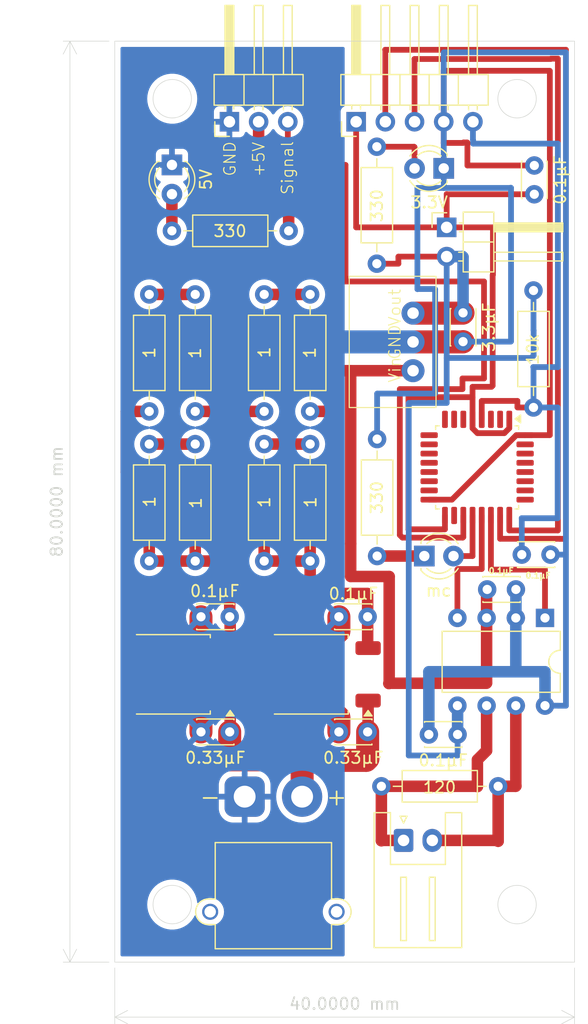
<source format=kicad_pcb>
(kicad_pcb (version 20240108) (generator "pcbnew") (generator_version "8.0")
  (layers (0 "F.Cu" signal) (31 "B.Cu" signal) (34 "B.Paste" user) (35 "F.Paste" user) (36 "B.SilkS" user "B.Silkscreen") (37 "F.SilkS" user "F.Silkscreen") (38 "B.Mask" user) (39 "F.Mask" user) (44 "Edge.Cuts" user))
  (net 0 "")
  (net 1 "GND")
  (net 2 "batt_in")
  (net 3 "+5V")
  (net 4 "+3.3V")
  (net 5 "CAN_H")
  (net 6 "CAN_L")
  (net 7 "External_3.3V")
  (net 8 "SWCLK")
  (net 9 "SWDIO")
  (net 10 "NRST")
  (net 11 "RX")
  (net 12 "TX")
  (net 14 "RV")
  (net 15 "Net-(D1-K)")
  (net 18 "Net-(D2-A)")
  (net 27 "Net-(D3-A)")
  (net 28 "check_led")
  (net 34 "Signal")
  (net 35 "Net-(U1-VO)")
  (net 36 "Net-(U5-VO)")
  (footprint "Capacitor_THT:C_Disc_D3.0mm_W2.0mm_P2.50mm" (layer "F.Cu") (at 105 130 180)
    (property "Reference" "0.1μF")
    (property "Value" "0.1μF")
  )
  (footprint "Resistor_THT:R_Axial_DIN0207_L6.3mm_D2.5mm_P10.16mm_Horizontal" (layer "F.Cu") (at 98 115 -90)
    (property "Reference" "1")
    (property "Value" "1Ω")
  )
  (footprint "Capacitor_THT:C_Disc_D3.0mm_W2.0mm_P2.50mm" (layer "F.Cu") (at 117 140 180)
    (property "Reference" "0.33μF")
    (property "Value" "0.33μF")
  )
  (footprint "Capacitor_THT:C_Disc_D3.0mm_W2.0mm_P2.50mm" (layer "F.Cu") (at 117 130 180)
    (property "Reference" "0.1μF")
    (property "Value" "0.1μF")
  )
  (footprint "Capacitor_THT:C_Disc_D3.0mm_W2.0mm_P2.50mm" (layer "F.Cu") (at 127.4 127.625)
    (property "Reference" "0.1μF")
    (property "Value" "0.1μ")
  )
  (footprint "Package_TO_SOT_SMD:TO-252-2" (layer "F.Cu") (at 100 135 180)
    (property "Reference" "U1" (hide yes))
    (property "Value" "LM7805_TO220")
  )
  (footprint "Connector_PinHeader_2.54mm:PinHeader_1x02_P2.54mm_Horizontal" (layer "F.Cu") (at 123.875 96.175)
    (property "Reference" "J2" (hide yes))
    (property "Value" "internal_power_block")
  )
  (footprint "Resistor_THT:R_Axial_DIN0207_L6.3mm_D2.5mm_P10.16mm_Horizontal" (layer "F.Cu") (at 110.13 96.475 180)
    (property "Reference" "330")
    (property "Value" "330")
  )
  (footprint "Resistor_THT:R_Axial_DIN0207_L6.3mm_D2.5mm_P10.16mm_Horizontal" (layer "F.Cu") (at 108 115 -90)
    (property "Reference" "1")
    (property "Value" "1Ω")
  )
  (footprint "Resistor_THT:R_Axial_DIN0207_L6.3mm_D2.5mm_P10.16mm_Horizontal" (layer "F.Cu") (at 102 115 -90)
    (property "Reference" "1")
    (property "Value" "1Ω")
  )
  (footprint "Resistor_THT:R_Axial_DIN0207_L6.3mm_D2.5mm_P10.16mm_Horizontal" (layer "F.Cu") (at 131.43 111.82 90)
    (property "Reference" "10k")
    (property "Value" "10k")
  )
  (footprint "Connector_PinHeader_2.54mm:PinHeader_1x05_P2.54mm_Horizontal" (layer "F.Cu") (at 116 87 90)
    (property "Reference" "J3" (hide yes))
    (property "Value" "External")
  )
  (footprint "Capacitor_THT:C_Disc_D3.0mm_W2.0mm_P2.50mm" (layer "F.Cu") (at 131.5 90.8 -90)
    (property "Reference" "0.1μF")
    (property "Value" "0.1μ")
  )
  (footprint "Resistor_THT:R_Axial_DIN0207_L6.3mm_D2.5mm_P10.16mm_Horizontal" (layer "F.Cu") (at 108 102 -90)
    (property "Reference" "1")
    (property "Value" "1Ω")
  )
  (footprint "Resistor_THT:R_Axial_DIN0207_L6.3mm_D2.5mm_P10.16mm_Horizontal" (layer "F.Cu") (at 112 115 -90)
    (property "Reference" "1")
    (property "Value" "1Ω")
  )
  (footprint "Package_QFP:LQFP-32_7x7mm_P0.8mm" (layer "F.Cu") (at 126.525 117.025 -90)
    (property "Reference" "U3" (hide yes))
    (property "Value" "STM32F303K8Tx")
  )
  (footprint "Package_TO_SOT_SMD:TO-252-2" (layer "F.Cu") (at 112 135 180)
    (property "Reference" "U5" (hide yes))
    (property "Value" "LM7805_TO220")
  )
  (footprint "M78AR:m78ar033-1" (layer "F.Cu") (at 120.95 106.125 90)
    (property "Reference" "U4" (hide yes))
    (property "Value" "~")
  )
  (footprint "Resistor_THT:R_Axial_DIN0207_L6.3mm_D2.5mm_P10.16mm_Horizontal" (layer "F.Cu") (at 128.355 144.725 180)
    (property "Reference" "120")
    (property "Value" "120")
  )
  (footprint "Resistor_THT:R_Axial_DIN0207_L6.3mm_D2.5mm_P10.16mm_Horizontal" (layer "F.Cu") (at 117.8 99.33 90)
    (property "Reference" "330")
    (property "Value" "330")
  )
  (footprint "Package_DIP:DIP-8_W7.62mm" (layer "F.Cu") (at 132.43 130.1 -90)
    (property "Reference" "U2" (hide yes))
    (property "Value" "MCP2562-E-P")
  )
  (footprint "Connector_AMASS:AMASS_XT30PW-M_1x02_P2.50mm_Horizontal" (layer "F.Cu") (at 106.3 145.625 180)
    (property "Reference" "J4" (hide yes))
    (property "Value" "BATT")
  )
  (footprint "LED_THT:LED_D3.0mm" (layer "F.Cu") (at 123.62 91.05 180)
    (property "Reference" "3.3V")
    (property "Value" "LED")
  )
  (footprint "Resistor_THT:R_Axial_DIN0207_L6.3mm_D2.5mm_P10.16mm_Horizontal" (layer "F.Cu") (at 102 102 -90)
    (property "Reference" "1")
    (property "Value" "1Ω")
  )
  (footprint "Resistor_THT:R_Axial_DIN0207_L6.3mm_D2.5mm_P10.16mm_Horizontal" (layer "F.Cu") (at 112 102 -90)
    (property "Reference" "1")
    (property "Value" "1Ω")
  )
  (footprint "Resistor_THT:R_Axial_DIN0207_L6.3mm_D2.5mm_P10.16mm_Horizontal" (layer "F.Cu") (at 117.825 124.725 90)
    (property "Reference" "330")
    (property "Value" "330")
  )
  (footprint "LED_THT:LED_D3.0mm" (layer "F.Cu") (at 99.975 90.75 -90)
    (property "Reference" "5V")
    (property "Value" "LED")
  )
  (footprint "Connector_PinHeader_2.54mm:PinHeader_1x03_P2.54mm_Horizontal" (layer "F.Cu") (at 104.975 87 90)
    (property "Reference" "J5" (hide yes))
    (property "Value" "Output")
  )
  (footprint "Capacitor_THT:C_Disc_D3.0mm_W2.0mm_P2.50mm" (layer "F.Cu") (at 105 140 180)
    (property "Reference" "0.33μF")
    (property "Value" "0.33μF")
  )
  (footprint "Capacitor_THT:C_Disc_D3.0mm_W2.0mm_P2.50mm" (layer "F.Cu") (at 132.91 124.6 180)
    (property "Reference" "0.1μF")
    (property "Value" "0.1μ")
  )
  (footprint "Capacitor_THT:C_Disc_D3.0mm_W2.0mm_P2.50mm" (layer "F.Cu") (at 125.3 103.6 -90)
    (property "Reference" "3.3μF")
    (property "Value" "3.3μ")
  )
  (footprint "Capacitor_THT:C_Disc_D3.0mm_W2.0mm_P2.50mm" (layer "F.Cu") (at 124.825 140.225 180)
    (property "Reference" "0.1μF")
    (property "Value" "0.1μ")
  )
  (footprint "LED_THT:LED_D3.0mm" (layer "F.Cu") (at 121.93 124.725)
    (property "Reference" "mc")
    (property "Value" "LED")
  )
  (footprint "Resistor_THT:R_Axial_DIN0207_L6.3mm_D2.5mm_P10.16mm_Horizontal" (layer "F.Cu") (at 98 102 -90)
    (property "Reference" "1")
    (property "Value" "1Ω")
  )
  (footprint "Connector_JST:JST_XH_S2B-XH-A_1x02_P2.50mm_Horizontal" (layer "F.Cu") (at 120.125 149.425)
    (property "Reference" "J1" (hide yes))
    (property "Value" "CAN")
  )
  (gr_circle (center 100 85) (end 101.67 85) (stroke (width 0.05)) (fill none) (layer "Edge.Cuts"))
  (gr_circle (center 130 85) (end 131.67 85) (stroke (width 0.05)) (fill none) (layer "Edge.Cuts"))
  (gr_rect (start 95 80) (end 135 160) (stroke (width 0.05)) (fill none) (layer "Edge.Cuts"))
  (gr_circle (center 130 155) (end 131.67 155) (stroke (width 0.05)) (fill none) (layer "Edge.Cuts"))
  (gr_circle (center 100 155) (end 101.67 155) (stroke (width 0.05)) (fill none) (layer "Edge.Cuts"))
  (gr_text "+5V" (at 108.11 91.86 90) (layer "F.SilkS") (effects (font (size 1 1) (thickness 0.1)) (justify left bottom)))
  (gr_text "GND" (at 105.6 91.81 90) (layer "F.SilkS") (effects (font (size 1 1) (thickness 0.1)) (justify left bottom)))
  (gr_text "Signal" (at 110.61 93.41 90) (layer "F.SilkS") (effects (font (size 1 1) (thickness 0.1)) (justify left bottom)))
  (dimension (type aligned) (layer "Edge.Cuts") (pts (xy 95 160) (xy 135 160)) (height 4.775) (gr_text "40.0000 mm" (at 115 163.625 0) (layer "Edge.Cuts") (effects (font (size 1 1) (thickness 0.15)))) (format (prefix "") (suffix "") (units 3) (units_format 1) (precision 4)) (style (thickness 0.05) (arrow_length 1.27) (text_position_mode 0) (extension_height 0.58642) (extension_offset 0.5) keep_text_aligned))
  (dimension (type aligned) (layer "Edge.Cuts") (pts (xy 95 160) (xy 95 80)) (height -3.9) (gr_text "80.0000 mm" (at 89.95 120 90) (layer "Edge.Cuts") (effects (font (size 1 1) (thickness 0.15)))) (format (prefix "") (suffix "") (units 3) (units_format 1) (precision 4)) (style (thickness 0.05) (arrow_length 1.27) (text_position_mode 0) (extension_height 0.58642) (extension_offset 0.5) keep_text_aligned))
  (segment (start 125.275 106.125) (end 125.3 106.1) (width 2) (layer "F.Cu") (net 1))
  (segment (start 102.5 130) (end 102.5 131.24) (width 2) (layer "F.Cu") (net 1))
  (segment (start 125.68 90.8) (end 125.68 88.82) (width 0.5) (layer "F.Cu") (net 1))
  (segment (start 102.5 138.76) (end 98.74 135) (width 2) (layer "F.Cu") (net 1))
  (segment (start 123.61 82.88) (end 123.62 82.89) (width 0.5) (layer "F.Cu") (net 1))
  (segment (start 123.61 88.84) (end 123.62 88.83) (width 0.5) (layer "F.Cu") (net 1))
  (segment (start 114.5 130) (end 114.5 131.24) (width 2) (layer "F.Cu") (net 1))
  (segment (start 124.333362 119.825) (end 122.35 119.825) (width 0.5) (layer "F.Cu") (net 1))
  (segment (start 123.62 88.83) (end 123.62 87) (width 0.5) (layer "F.Cu") (net 1))
  (segment (start 129.933362 114.225) (end 124.333362 119.825) (width 0.5) (layer "F.Cu") (net 1))
  (segment (start 114.5 140) (end 114.5 138.76) (width 2) (layer "F.Cu") (net 1))
  (segment (start 131.5 90.8) (end 125.68 90.8) (width 0.5) (layer "F.Cu") (net 1))
  (segment (start 130.7 114.225) (end 132.815 114.225) (width 0.5) (layer "F.Cu") (net 1))
  (segment (start 98.74 135) (end 98.74 136.24) (width 2) (layer "F.Cu") (net 1))
  (segment (start 123.62 87) (end 123.62 84.405) (width 0.5) (layer "F.Cu") (net 1))
  (segment (start 132.832104 82.572104) (end 123.617896 82.572104) (width 0.5) (layer "F.Cu") (net 1))
  (segment (start 123.61 82.58) (end 123.61 82.88) (width 0.5) (layer "F.Cu") (net 1))
  (segment (start 132.82 114.22) (end 132.85 114.22) (width 0.5) (layer "F.Cu") (net 1))
  (segment (start 132.85 114.22) (end 132.85 82.59) (width 0.5) (layer "F.Cu") (net 1))
  (segment (start 132.85 82.59) (end 132.832104 82.572104) (width 0.5) (layer "F.Cu") (net 1))
  (segment (start 123.62 82.89) (end 123.62 87) (width 0.5) (layer "F.Cu") (net 1))
  (segment (start 114.5 138.76) (end 110.74 135) (width 2) (layer "F.Cu") (net 1))
  (segment (start 120.95 106.125) (end 125.275 106.125) (width 2) (layer "F.Cu") (net 1))
  (segment (start 125.34 88.8) (end 125.3 88.84) (width 0.5) (layer "F.Cu") (net 1))
  (segment (start 132.815 114.225) (end 132.82 114.22) (width 0.5) (layer "F.Cu") (net 1))
  (segment (start 114.5 131.24) (end 110.74 135) (width 2) (layer "F.Cu") (net 1))
  (segment (start 125.3 88.84) (end 123.61 88.84) (width 0.5) (layer "F.Cu") (net 1))
  (segment (start 102.5 131.24) (end 98.74 135) (width 2) (layer "F.Cu") (net 1))
  (segment (start 125.66 88.8) (end 125.34 88.8) (width 0.5) (layer "F.Cu") (net 1))
  (segment (start 102.5 140) (end 102.5 138.76) (width 2) (layer "F.Cu") (net 1))
  (segment (start 130.7 114.225) (end 129.933362 114.225) (width 0.5) (layer "F.Cu") (net 1))
  (segment (start 125.68 88.82) (end 125.66 88.8) (width 0.5) (layer "F.Cu") (net 1))
  (segment (start 123.617896 82.572104) (end 123.61 82.58) (width 0.5) (layer "F.Cu") (net 1))
  (segment (start 121.33 92.75) (end 123.615 92.75) (width 0.5) (layer "B.Cu") (net 1))
  (segment (start 122.325 134.775) (end 129.875 134.775) (width 1) (layer "B.Cu") (net 1))
  (segment (start 132.43 135.28) (end 132.43 137.72) (width 1) (layer "B.Cu") (net 1))
  (segment (start 117.84 110.61) (end 122.87 110.61) (width 0.5) (layer "B.Cu") (net 1))
  (segment (start 129.9 127.625) (end 129.9 130.09) (width 1) (layer "B.Cu") (net 1))
  (segment (start 123.62 91.05) (end 123.62 92.745) (width 0.5) (layer "B.Cu") (net 1))
  (segment (start 121.34 101.53) (end 121.33 101.54) (width 0.5) (layer "B.Cu") (net 1))
  (segment (start 134.25 137.725) (end 133.575 137.725) (width 0.5) (layer "B.Cu") (net 1))
  (segment (start 129.45 106.1) (end 129.475 106.075) (width 0.5) (layer "B.Cu") (net 1))
  (segment (start 123.62 80.98) (end 123.625 80.975) (width 0.5) (layer "B.Cu") (net 1))
  (segment (start 122.84 101.53) (end 121.34 101.53) (width 0.5) (layer "B.Cu") (net 1))
  (segment (start 132.425 135.275) (end 132.43 135.28) (width 1) (layer "B.Cu") (net 1))
  (segment (start 133.575 137.725) (end 133.57 137.72) (width 0.5) (layer "B.Cu") (net 1))
  (segment (start 129.475 92.75) (end 123.625 92.75) (width 0.5) (layer "B.Cu") (net 1))
  (segment (start 122.325 140.225) (end 122.325 134.775) (width 1) (layer "B.Cu") (net 1))
  (segment (start 117.825 110.625) (end 117.84 110.61) (width 0.5) (layer "B.Cu") (net 1))
  (segment (start 129.475 106.075) (end 129.475 92.75) (width 0.5) (layer "B.Cu") (net 1))
  (segment (start 134.24 124.6) (end 134.25 124.59) (width 0.5) (layer "B.Cu") (net 1))
  (segment (start 129.9 130.09) (end 129.89 130.1) (width 1) (layer "B.Cu") (net 1))
  (segment (start 123.625 80.975) (end 134.25 80.975) (width 0.5) (layer "B.Cu") (net 1))
  (segment (start 123.62 87) (end 123.62 91.05) (width 0.5) (layer "B.Cu") (net 1))
  (segment (start 129.89 130.1) (end 129.89 134.76) (width 1) (layer "B.Cu") (net 1))
  (segment (start 122.87 110.61) (end 122.87 101.56) (width 0.5) (layer "B.Cu") (net 1))
  (segment (start 125.3 106.1) (end 129.45 106.1) (width 0.5) (layer "B.Cu") (net 1))
  (segment (start 134.25 124.59) (end 134.25 137.725) (width 0.5) (layer "B.Cu") (net 1))
  (segment (start 123.62 92.745) (end 123.625 92.75) (width 0.5) (layer "B.Cu") (net 1))
  (segment (start 117.875 106.125) (end 113.775 106.125) (width 2) (layer "B.Cu") (net 1))
  (segment (start 132.91 124.6) (end 134.24 124.6) (width 0.5) (layer "B.Cu") (net 1))
  (segment (start 134.25 80.975) (end 134.25 124.59) (width 0.5) (layer "B.Cu") (net 1))
  (segment (start 133.57 137.72) (end 132.43 137.72) (width 0.5) (layer "B.Cu") (net 1))
  (segment (start 117.825 106.175) (end 117.875 106.125) (width 1) (layer "B.Cu") (net 1))
  (segment (start 129.875 134.775) (end 132.425 134.775) (width 1) (layer "B.Cu") (net 1))
  (segment (start 117.825 114.565) (end 117.825 110.625) (width 0.5) (layer "B.Cu") (net 1))
  (segment (start 123.615 92.75) (end 123.62 92.745) (width 0.5) (layer "B.Cu") (net 1))
  (segment (start 123.62 87) (end 123.62 80.98) (width 0.5) (layer "B.Cu") (net 1))
  (segment (start 132.425 134.775) (end 132.425 135.275) (width 1) (layer "B.Cu") (net 1))
  (segment (start 120.95 106.125) (end 117.875 106.125) (width 2) (layer "B.Cu") (net 1))
  (segment (start 129.475 92.75) (end 129.45 92.725) (width 0.5) (layer "B.Cu") (net 1))
  (segment (start 121.33 101.54) (end 121.33 92.75) (width 0.5) (layer "B.Cu") (net 1))
  (segment (start 122.87 101.56) (end 122.84 101.53) (width 0.5) (layer "B.Cu") (net 1))
  (segment (start 129.89 134.76) (end 129.875 134.775) (width 1) (layer "B.Cu") (net 1))
  (segment (start 111.275 142.425) (end 105 142.425) (width 2) (layer "F.Cu") (net 2))
  (segment (start 117 142.3) (end 117 140) (width 2) (layer "F.Cu") (net 2))
  (segment (start 105 142.425) (end 105 140) (width 2) (layer "F.Cu") (net 2))
  (segment (start 117.04 137.28) (end 117.04 139.96) (width 1) (layer "F.Cu") (net 2))
  (segment (start 111.3 145.625) (end 111.3 142.5) (width 2) (layer "F.Cu") (net 2))
  (segment (start 105.04 139.96) (end 105 140) (width 1) (layer "F.Cu") (net 2))
  (segment (start 116.875 142.475) (end 117.025 142.325) (width 2) (layer "F.Cu") (net 2))
  (segment (start 117.04 139.96) (end 117 140) (width 1) (layer "F.Cu") (net 2))
  (segment (start 117.025 142.325) (end 117 142.3) (width 2) (layer "F.Cu") (net 2))
  (segment (start 111.325 142.475) (end 111.275 142.425) (width 2) (layer "F.Cu") (net 2))
  (segment (start 111.3 142.5) (end 111.325 142.475) (width 2) (layer "F.Cu") (net 2))
  (segment (start 111.325 142.475) (end 116.875 142.475) (width 2) (layer "F.Cu") (net 2))
  (segment (start 105.04 137.28) (end 105.04 139.96) (width 1) (layer "F.Cu") (net 2))
  (segment (start 115.525 126.5) (end 118.875 126.5) (width 1) (layer "F.Cu") (net 3))
  (segment (start 107.525 90.75) (end 107.515 90.74) (width 1) (layer "F.Cu") (net 3))
  (segment (start 100.05 115) (end 102 115) (width 1) (layer "F.Cu") (net 3))
  (segment (start 127.35 127.675) (end 127.4 127.625) (width 1) (layer "F.Cu") (net 3))
  (segment (start 127.35 130.1) (end 127.35 127.675) (width 1) (layer "F.Cu") (net 3))
  (segment (start 113.85 93.125) (end 110.1 93.125) (width 1) (layer "F.Cu") (net 3))
  (segment (start 110 103.575) (end 110 102.1) (width 1) (layer "F.Cu") (net 3))
  (segment (start 118.875 135.775) (end 118.875 126.5) (width 1) (layer "F.Cu") (net 3))
  (segment (start 113.85 108.65) (end 113.85 93.125) (width 1) (layer "F.Cu") (net 3))
  (segment (start 118.84 135.79) (end 118.85 135.8) (width 1) (layer "F.Cu") (net 3))
  (segment (start 100.05 115) (end 100.05 103.45) (width 1) (layer "F.Cu") (net 3))
  (segment (start 118.875 135.775) (end 127.325 135.775) (width 1) (layer "F.Cu") (net 3))
  (segment (start 98 102) (end 100 102) (width 1) (layer "F.Cu") (net 3))
  (segment (start 108 102) (end 109.9 102) (width 1) (layer "F.Cu") (net 3))
  (segment (start 107.515 90.74) (end 107.515 87) (width 1) (layer "F.Cu") (net 3))
  (segment (start 110 115) (end 110 103.575) (width 1) (layer "F.Cu") (net 3))
  (segment (start 100 102) (end 102 102) (width 1) (layer "F.Cu") (net 3))
  (segment (start 105 93.15) (end 107.5 93.15) (width 1) (layer "F.Cu") (net 3))
  (segment (start 100.05 99.075) (end 105 99.075) (width 1) (layer "F.Cu") (net 3))
  (segment (start 110.13 93.155) (end 110.1 93.125) (width 1) (layer "F.Cu") (net 3))
  (segment (start 127.325 135.775) (end 127.35 135.75) (width 1) (layer "F.Cu") (net 3))
  (segment (start 100.05 103.45) (end 100.05 99.075) (width 1) (layer "F.Cu") (net 3))
  (segment (start 105 99.075) (end 110 99.075) (width 1) (layer "F.Cu") (net 3))
  (segment (start 100.05 102.05) (end 100 102) (width 1) (layer "F.Cu") (net 3))
  (segment (start 105 99.075) (end 105 93.15) (width 1) (layer "F.Cu") (net 3))
  (segment (start 98 115) (end 100.05 115) (width 1) (layer "F.Cu") (net 3))
  (segment (start 115.525 108.625) (end 115.525 123.65) (width 1) (layer "F.Cu") (net 3))
  (segment (start 113.875 108.625) (end 113.85 108.65) (width 1) (layer "F.Cu") (net 3))
  (segment (start 110 103.575) (end 110 99.075) (width 1) (layer "F.Cu") (net 3))
  (segment (start 110 102.1) (end 109.9 102) (width 1) (layer "F.Cu") (net 3))
  (segment (start 110.13 96.475) (end 110.13 93.155) (width 1) (layer "F.Cu") (net 3))
  (segment (start 115.525 123.65) (end 115.525 126.5) (width 1) (layer "F.Cu") (net 3))
  (segment (start 110.1 93.125) (end 107.525 93.125) (width 1) (layer "F.Cu") (net 3))
  (segment (start 107.5 93.15) (end 107.525 93.125) (width 1) (layer "F.Cu") (net 3))
  (segment (start 118.85 135.8) (end 118.875 135.775) (width 1) (layer "F.Cu") (net 3))
  (segment (start 107.525 93.125) (end 107.525 90.75) (width 1) (layer "F.Cu") (net 3))
  (segment (start 109.9 102) (end 112 102) (width 1) (layer "F.Cu") (net 3))
  (segment (start 115.525 108.625) (end 120.95 108.625) (width 1) (layer "F.Cu") (net 3))
  (segment (start 108 115) (end 110 115) (width 1) (layer "F.Cu") (net 3))
  (segment (start 110 115) (end 112 115) (width 1) (layer "F.Cu") (net 3))
  (segment (start 115.525 108.625) (end 113.875 108.625) (width 1) (layer "F.Cu") (net 3))
  (segment (start 127.35 135.75) (end 127.35 130.1) (width 1) (layer "F.Cu") (net 3))
  (segment (start 100.05 103.45) (end 100.05 102.05) (width 1) (layer "F.Cu") (net 3))
  (segment (start 119.675 99.325) (end 119.67 99.33) (width 0.5) (layer "F.Cu") (net 4))
  (segment (start 123.875 98.715) (end 119.685 98.715) (width 0.5) (layer "F.Cu") (net 4))
  (segment (start 120.95 103.625) (end 125.275 103.625) (width 2) (layer "F.Cu") (net 4))
  (segment (start 119.67 99.33) (end 117.8 99.33) (width 0.5) (layer "F.Cu") (net 4))
  (segment (start 119.675 98.725) (end 119.675 99.325) (width 0.5) (layer "F.Cu") (net 4))
  (segment (start 120.925 103.65) (end 120.95 103.625) (width 0.5) (layer "F.Cu") (net 4))
  (segment (start 125.275 103.625) (end 125.3 103.6) (width 2) (layer "F.Cu") (net 4))
  (segment (start 119.685 98.715) (end 119.675 98.725) (width 0.5) (layer "F.Cu") (net 4))
  (segment (start 124.825 140.225) (end 124.825 137.735) (width 1) (layer "B.Cu") (net 4))
  (segment (start 123.875 107.52) (end 123.875 111.425) (width 0.5) (layer "B.Cu") (net 4))
  (segment (start 120.575 142.05) (end 120.575 111.45) (width 0.5) (layer "B.Cu") (net 4))
  (segment (start 124.825 140.225) (end 124.825 142.05) (width 0.5) (layer "B.Cu") (net 4))
  (segment (start 125.335 103.565) (end 125.3 103.6) (width 1) (layer "B.Cu") (net 4))
  (segment (start 125.3 103.6) (end 125.3 98.75) (width 1) (layer "B.Cu") (net 4))
  (segment (start 125.235 98.715) (end 123.875 98.715) (width 1) (layer "B.Cu") (net 4))
  (segment (start 124.825 137.735) (end 124.81 137.72) (width 1) (layer "B.Cu") (net 4))
  (segment (start 120.6 111.425) (end 120.575 111.45) (width 0.5) (layer "B.Cu") (net 4))
  (segment (start 131.23 107.52) (end 123.875 107.52) (width 0.5) (layer "B.Cu") (net 4))
  (segment (start 125.3 98.75) (end 125.25 98.7) (width 1) (layer "B.Cu") (net 4))
  (segment (start 123.875 98.715) (end 123.875 107.52) (width 0.5) (layer "B.Cu") (net 4))
  (segment (start 131.43 105.10995) (end 131.44 105.11995) (width 0.5) (layer "B.Cu") (net 4))
  (segment (start 125.25 98.7) (end 125.235 98.715) (width 1) (layer "B.Cu") (net 4))
  (segment (start 131.44 107.31) (end 131.23 107.52) (width 0.5) (layer "B.Cu") (net 4))
  (segment (start 131.43 101.66) (end 131.43 105.10995) (width 0.5) (layer "B.Cu") (net 4))
  (segment (start 123.875 111.425) (end 120.6 111.425) (width 0.5) (layer "B.Cu") (net 4))
  (segment (start 124.825 142.05) (end 120.575 142.05) (width 0.5) (layer "B.Cu") (net 4))
  (segment (start 131.44 105.11995) (end 131.44 107.31) (width 0.5) (layer "B.Cu") (net 4))
  (segment (start 128.275 149.425) (end 128.35 149.5) (width 1) (layer "F.Cu") (net 5))
  (segment (start 129.89 144.69) (end 129.89 137.72) (width 1) (layer "F.Cu") (net 5))
  (segment (start 129.9 144.7) (end 129.89 144.69) (width 1) (layer "F.Cu") (net 5))
  (segment (start 129.875 144.725) (end 129.9 144.7) (width 1) (layer "F.Cu") (net 5))
  (segment (start 122.625 149.425) (end 128.275 149.425) (width 1) (layer "F.Cu") (net 5))
  (segment (start 128.35 149.5) (end 128.355 149.495) (width 1) (layer "F.Cu") (net 5))
  (segment (start 128.355 149.495) (end 128.355 144.725) (width 1) (layer "F.Cu") (net 5))
  (segment (start 128.355 144.725) (end 129.875 144.725) (width 1) (layer "F.Cu") (net 5))
  (segment (start 118.225 149.425) (end 118.195 149.455) (width 1) (layer "F.Cu") (net 6))
  (segment (start 126.55 144.75) (end 126.55 142.425) (width 1) (layer "F.Cu") (net 6))
  (segment (start 118.195 149.455) (end 118.195 144.725) (width 1) (layer "F.Cu") (net 6))
  (segment (start 120.125 149.425) (end 118.225 149.425) (width 1) (layer "F.Cu") (net 6))
  (segment (start 126.525 144.725) (end 126.55 144.75) (width 1) (layer "F.Cu") (net 6))
  (segment (start 127.35 137.72) (end 127.35 141.625) (width 1) (layer "F.Cu") (net 6))
  (segment (start 118.195 144.725) (end 126.525 144.725) (width 1) (layer "F.Cu") (net 6))
  (segment (start 127.35 141.625) (end 126.55 142.425) (width 1) (layer "F.Cu") (net 6))
  (segment (start 120.55 110.925) (end 126.1 110.925) (width 0.5) (layer "F.Cu") (net 7))
  (segment (start 127.875 100.325) (end 127.9 100.3) (width 0.5) (layer "F.Cu") (net 7))
  (segment (start 123.89 93.3) (end 131.5 93.3) (width 0.5) (layer "F.Cu") (net 7))
  (segment (start 126.125 110.95) (end 126.125 110.025) (width 0.5) (layer "F.Cu") (net 7))
  (segment (start 120.55 122.425) (end 120.55 110.925) (width 0.5) (layer "F.Cu") (net 7))
  (segment (start 123.725 122.4) (end 120.575 122.4) (width 0.5) (layer "F.Cu") (net 7))
  (segment (start 126.125 110.025) (end 127.775 110.025) (width 0.5) (layer "F.Cu") (net 7))
  (segment (start 126.125 113.625) (end 126.125 112.85) (width 0.5) (layer "F.Cu") (net 7))
  (segment (start 116 87) (end 116 96.175) (width 0.5) (layer "F.Cu") (net 7))
  (segment (start 127.9 100.3) (end 127.9 96.175) (width 0.5) (layer "F.Cu") (net 7))
  (segment (start 126.125 112.85) (end 126.125 110.95) (width 0.5) (layer "F.Cu") (net 7))
  (segment (start 123.875 96.175) (end 123.875 93.285) (width 0.5) (layer "F.Cu") (net 7))
  (segment (start 127.875 109.925) (end 127.775 110.025) (width 0.5) (layer "F.Cu") (net 7))
  (segment (start 123.725 121.2) (end 123.725 122.4) (width 0.5) (layer "F.Cu") (net 7))
  (segment (start 128.891638 114.05) (end 126.55 114.05) (width 0.5) (layer "F.Cu") (net 7))
  (segment (start 123.875 93.285) (end 123.89 93.3) (width 0.5) (layer "F.Cu") (net 7))
  (segment (start 129.325 113.616638) (end 128.891638 114.05) (width 0.5) (layer "F.Cu") (net 7))
  (segment (start 126.1 110.925) (end 126.125 110.95) (width 0.5) (layer "F.Cu") (net 7))
  (segment (start 127.875 100.325) (end 127.875 109.925) (width 0.5) (layer "F.Cu") (net 7))
  (segment (start 127.9 96.175) (end 123.875 96.175) (width 0.5) (layer "F.Cu") (net 7))
  (segment (start 126.55 114.05) (end 126.125 113.625) (width 0.5) (layer "F.Cu") (net 7))
  (segment (start 120.575 122.4) (end 120.55 122.425) (width 0.5) (layer "F.Cu") (net 7))
  (segment (start 129.325 112.85) (end 129.325 113.616638) (width 0.5) (layer "F.Cu") (net 7))
  (segment (start 116 96.175) (end 123.875 96.175) (width 0.5) (layer "F.Cu") (net 7))
  (segment (start 133.55 81.52) (end 132.955 81.52) (width 0.5) (layer "F.Cu") (net 8))
  (segment (start 121.075 81.55) (end 121.08 81.555) (width 0.5) (layer "F.Cu") (net 8))
  (segment (start 132.955 81.52) (end 132.925 81.55) (width 0.5) (layer "F.Cu") (net 8))
  (segment (start 129.325 122.5) (end 133.55 122.5) (width 0.5) (layer "F.Cu") (net 8))
  (segment (start 121.08 81.555) (end 121.08 87) (width 0.5) (layer "F.Cu") (net 8))
  (segment (start 129.325 121.2) (end 129.325 122.5) (width 0.5) (layer "F.Cu") (net 8))
  (segment (start 132.925 81.55) (end 121.075 81.55) (width 0.5) (layer "F.Cu") (net 8))
  (segment (start 133.55 122.5) (end 133.55 81.52) (width 0.5) (layer "F.Cu") (net 8))
  (segment (start 118.525 80.75) (end 118.54 80.765) (width 0.5) (layer "F.Cu") (net 9))
  (segment (start 128.525 121.2) (end 128.525 123.225) (width 0.5) (layer "F.Cu") (net 9))
  (segment (start 134.25 123.23) (end 134.25 80.75) (width 0.5) (layer "F.Cu") (net 9))
  (segment (start 133.73 123.23) (end 134.25 123.23) (width 0.5) (layer "F.Cu") (net 9))
  (segment (start 118.54 80.765) (end 118.54 87) (width 0.5) (layer "F.Cu") (net 9))
  (segment (start 134.25 80.75) (end 118.525 80.75) (width 0.5) (layer "F.Cu") (net 9))
  (segment (start 128.525 123.225) (end 133.725 123.225) (width 0.5) (layer "F.Cu") (net 9))
  (segment (start 133.725 123.225) (end 133.73 123.23) (width 0.5) (layer "F.Cu") (net 9))
  (segment (start 130.03 111.8) (end 130.05 111.82) (width 0.5) (layer "F.Cu") (net 10))
  (segment (start 126.925 111.25) (end 130.03 111.25) (width 0.5) (layer "F.Cu") (net 10))
  (segment (start 126.925 111.25) (end 126.925 112.85) (width 0.5) (layer "F.Cu") (net 10))
  (segment (start 130.03 111.25) (end 130.03 111.8) (width 0.5) (layer "F.Cu") (net 10))
  (segment (start 130.05 111.82) (end 131.43 111.82) (width 0.5) (layer "F.Cu") (net 10))
  (segment (start 126.18 88.9) (end 126.18 88.61) (width 0.5) (layer "B.Cu") (net 10))
  (segment (start 126.18 88.61) (end 126.16 88.59) (width 0.5) (layer "B.Cu") (net 10))
  (segment (start 131.43 111.82) (end 131.43 108.33) (width 0.5) (layer "B.Cu") (net 10))
  (segment (start 133.54 108.31) (end 133.55 108.32) (width 0.5) (layer "B.Cu") (net 10))
  (segment (start 130.41 121.45) (end 130.4 121.44) (width 0.5) (layer "B.Cu") (net 10))
  (segment (start 133.55 108.32) (end 133.55 88.9) (width 0.5) (layer "B.Cu") (net 10))
  (segment (start 131.43 108.33) (end 131.41 108.31) (width 0.5) (layer "B.Cu") (net 10))
  (segment (start 130.41 124.6) (end 130.41 121.45) (width 0.5) (layer "B.Cu") (net 10))
  (segment (start 126.16 88.59) (end 126.16 87) (width 0.5) (layer "B.Cu") (net 10))
  (segment (start 133.53 111.82) (end 131.43 111.82) (width 0.5) (layer "B.Cu") (net 10))
  (segment (start 133.55 88.9) (end 126.18 88.9) (width 0.5) (layer "B.Cu") (net 10))
  (segment (start 130.4 121.44) (end 133.53 121.44) (width 0.5) (layer "B.Cu") (net 10))
  (segment (start 133.53 121.44) (end 133.53 111.82) (width 0.5) (layer "B.Cu") (net 10))
  (segment (start 131.41 108.31) (end 133.54 108.31) (width 0.5) (layer "B.Cu") (net 10))
  (segment (start 124.85 125.85) (end 124.81 125.89) (width 0.5) (layer "F.Cu") (net 11))
  (segment (start 124.81 125.89) (end 124.81 130.1) (width 0.5) (layer "F.Cu") (net 11))
  (segment (start 126.925 121.2) (end 126.925 125.85) (width 0.5) (layer "F.Cu") (net 11))
  (segment (start 126.925 125.85) (end 124.85 125.85) (width 0.5) (layer "F.Cu") (net 11))
  (segment (start 127.725 125.9) (end 132.425 125.9) (width 0.5) (layer "F.Cu") (net 12))
  (segment (start 127.725 121.2) (end 127.725 125.9) (width 0.5) (layer "F.Cu") (net 12))
  (segment (start 132.425 126.275) (end 132.43 126.28) (width 0.5) (layer "F.Cu") (net 12))
  (segment (start 132.43 126.28) (end 132.43 130.1) (width 0.5) (layer "F.Cu") (net 12))
  (segment (start 132.425 125.9) (end 132.425 126.275) (width 0.5) (layer "F.Cu") (net 12))
  (segment (start 121.93 124.725) (end 117.825 124.725) (width 1) (layer "F.Cu") (net 15))
  (segment (start 99.97 93.295) (end 99.975 93.29) (width 1) (layer "F.Cu") (net 18))
  (segment (start 99.97 96.475) (end 99.97 93.295) (width 1) (layer "F.Cu") (net 18))
  (segment (start 121.045 89.17) (end 121.08 89.205) (width 0.5) (layer "F.Cu") (net 27))
  (segment (start 117.8 89.17) (end 121.045 89.17) (width 0.5) (layer "F.Cu") (net 27))
  (segment (start 121.08 89.205) (end 121.08 91.05) (width 0.5) (layer "F.Cu") (net 27))
  (segment (start 126.125 121.2) (end 126.125 124.725) (width 0.5) (layer "F.Cu") (net 28))
  (segment (start 126.125 124.725) (end 124.47 124.725) (width 0.5) (layer "F.Cu") (net 28))
  (segment (start 125.275 123.125) (end 120.025 123.125) (width 0.5) (layer "F.Cu") (net 34))
  (segment (start 110.055 87) (end 110.055 90.74) (width 0.5) (layer "F.Cu") (net 34))
  (segment (start 125.25 110.225) (end 119.8 110.225) (width 0.5) (layer "F.Cu") (net 34))
  (segment (start 119.8 110.225) (end 119.8 122.9) (width 0.5) (layer "F.Cu") (net 34))
  (segment (start 119.8 122.9) (end 120.025 123.125) (width 0.5) (layer "F.Cu") (net 34))
  (segment (start 110.065 90.75) (end 115.075 90.75) (width 0.5) (layer "F.Cu") (net 34))
  (segment (start 115.075 90.75) (end 115.075 100.875) (width 0.5) (layer "F.Cu") (net 34))
  (segment (start 115.075 100.875) (end 127.125 100.875) (width 0.5) (layer "F.Cu") (net 34))
  (segment (start 125.325 121.2) (end 125.325 123.075) (width 0.5) (layer "F.Cu") (net 34))
  (segment (start 125.325 123.075) (end 125.275 123.125) (width 0.5) (layer "F.Cu") (net 34))
  (segment (start 110.055 90.74) (end 110.065 90.75) (width 0.5) (layer "F.Cu") (net 34))
  (segment (start 125.25 109.3) (end 125.25 110.225) (width 0.5) (layer "F.Cu") (net 34))
  (segment (start 127.125 100.875) (end 127.125 109.3) (width 0.5) (layer "F.Cu") (net 34))
  (segment (start 127.125 109.3) (end 125.25 109.3) (width 0.5) (layer "F.Cu") (net 34))
  (segment (start 98 117.575) (end 97.975 117.6) (width 1) (layer "F.Cu") (net 35))
  (segment (start 102 117.5) (end 102.025 117.475) (width 1) (layer "F.Cu") (net 35))
  (segment (start 96.01 112.16) (end 98 112.16) (width 1) (layer "F.Cu") (net 35))
  (segment (start 102.025 117.475) (end 103.825 117.475) (width 1) (layer "F.Cu") (net 35))
  (segment (start 104.96 125.16) (end 102 125.16) (width 1) (layer "F.Cu") (net 35))
  (segment (start 105.04 132.72) (end 105.04 130.04) (width 1) (layer "F.Cu") (net 35))
  (segment (start 103.865 112.16) (end 102 112.16) (width 1) (layer "F.Cu") (net 35))
  (segment (start 96 112.15) (end 96.01 112.16) (width 1) (layer "F.Cu") (net 35))
  (segment (start 98 125.16) (end 98 117.575) (width 1) (layer "F.Cu") (net 35))
  (segment (start 103.825 112.2) (end 103.865 112.16) (width 1) (layer "F.Cu") (net 35))
  (segment (start 105.04 130.04) (end 105 130) (width 1) (layer "F.Cu") (net 35))
  (segment (start 97.975 117.6) (end 96.15 117.6) (width 1) (layer "F.Cu") (net 35))
  (segment (start 96 117.45) (end 96 112.15) (width 1) (layer "F.Cu") (net 35))
  (segment (start 105 125.2) (end 104.96 125.16) (width 1) (layer "F.Cu") (net 35))
  (segment (start 103.825 117.475) (end 103.825 112.2) (width 1) (layer "F.Cu") (net 35))
  (segment (start 105 130) (end 105 125.2) (width 1) (layer "F.Cu") (net 35))
  (segment (start 96.15 117.6) (end 96 117.45) (width 1) (layer "F.Cu") (net 35))
  (segment (start 102 125.16) (end 98 125.16) (width 1) (layer "F.Cu") (net 35))
  (segment (start 102 125.16) (end 102 117.5) (width 1) (layer "F.Cu") (net 35))
  (segment (start 108.025 117.475) (end 105.9 117.475) (width 1) (layer "F.Cu") (net 36))
  (segment (start 117 130) (end 117 132.68) (width 1) (layer "F.Cu") (net 36))
  (segment (start 106.535 112.16) (end 108 112.16) (width 1) (layer "F.Cu") (net 36))
  (segment (start 108 117.5) (end 108.025 117.475) (width 1) (layer "F.Cu") (net 36))
  (segment (start 106.525 112.15) (end 106.535 112.16) (width 1) (layer "F.Cu") (net 36))
  (segment (start 112 125.16) (end 112 127.975) (width 1) (layer "F.Cu") (net 36))
  (segment (start 117 132.68) (end 117.04 132.72) (width 1) (layer "F.Cu") (net 36))
  (segment (start 105.9 112.15) (end 106.525 112.15) (width 1) (layer "F.Cu") (net 36))
  (segment (start 112 117.475) (end 114.1 117.475) (width 1) (layer "F.Cu") (net 36))
  (segment (start 114.1 112.175) (end 114.085 112.16) (width 1) (layer "F.Cu") (net 36))
  (segment (start 112 125.16) (end 112 117.475) (width 1) (layer "F.Cu") (net 36))
  (segment (start 108 125.16) (end 108 117.5) (width 1) (layer "F.Cu") (net 36))
  (segment (start 116.975 127.975) (end 117 128) (width 1) (layer "F.Cu") (net 36))
  (segment (start 117 128) (end 117 130) (width 1) (layer "F.Cu") (net 36))
  (segment (start 108 125.16) (end 112 125.16) (width 1) (layer "F.Cu") (net 36))
  (segment (start 112 127.975) (end 116.975 127.975) (width 1) (layer "F.Cu") (net 36))
  (segment (start 114.1 117.475) (end 114.1 112.175) (width 1) (layer "F.Cu") (net 36))
  (segment (start 114.085 112.16) (end 112 112.16) (width 1) (layer "F.Cu") (net 36))
  (segment (start 105.9 117.475) (end 105.9 112.15) (width 1) (layer "F.Cu") (net 36))
  (zone (net 1) (net_name "GND") (layer "B.Cu") (connect_pads (clearance 0.5)) (min_thickness 0.25) (fill yes (thermal_gap 0.5) (thermal_bridge_width 0.5))
    (polygon (pts (xy 95 80) (xy 115 80) (xy 115 160) (xy 95 160)))
  )
)
</source>
